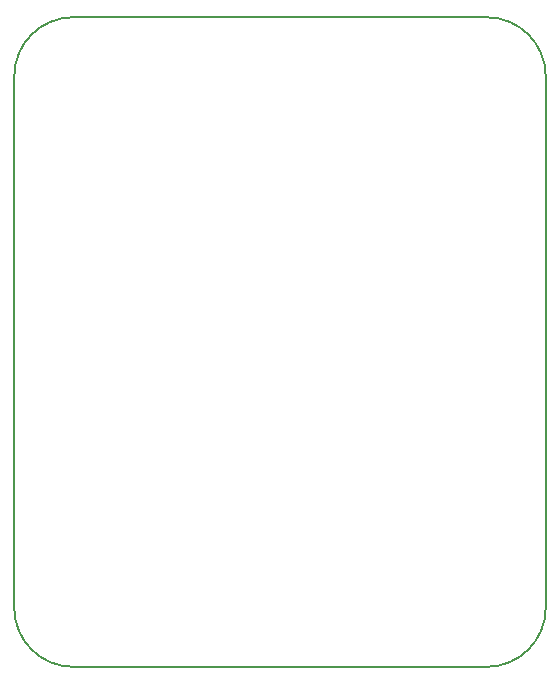
<source format=gbr>
G04 #@! TF.FileFunction,Profile,NP*
%FSLAX46Y46*%
G04 Gerber Fmt 4.6, Leading zero omitted, Abs format (unit mm)*
G04 Created by KiCad (PCBNEW 4.0.3+e1-6302~38~ubuntu15.04.1-stable) date Sun Sep 25 08:18:55 2016*
%MOMM*%
%LPD*%
G01*
G04 APERTURE LIST*
%ADD10C,0.100000*%
%ADD11C,0.150000*%
G04 APERTURE END LIST*
D10*
D11*
X90000000Y-100000000D02*
X90000000Y-55000000D01*
X50000000Y-105000000D02*
X85000000Y-105000000D01*
X45000000Y-55000000D02*
X45000000Y-100000000D01*
X85000000Y-50000000D02*
X50000000Y-50000000D01*
X90000000Y-55000000D02*
G75*
G03X85000000Y-50000000I-5000000J0D01*
G01*
X85000000Y-105000000D02*
G75*
G03X90000000Y-100000000I0J5000000D01*
G01*
X45000000Y-100000000D02*
G75*
G03X50000000Y-105000000I5000000J0D01*
G01*
X50000000Y-50000000D02*
G75*
G03X45000000Y-55000000I0J-5000000D01*
G01*
M02*

</source>
